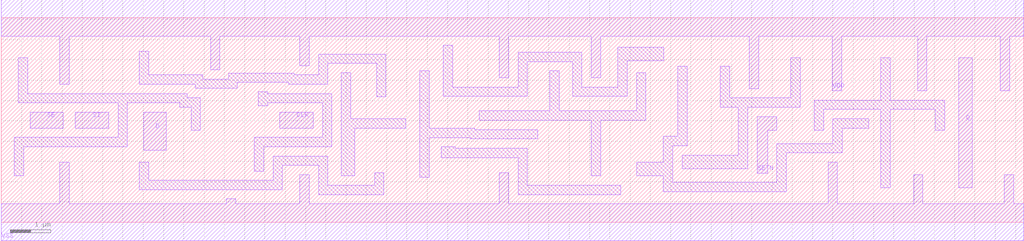
<source format=lef>
# Copyright 2022 GlobalFoundries PDK Authors
#
# Licensed under the Apache License, Version 2.0 (the "License");
# you may not use this file except in compliance with the License.
# You may obtain a copy of the License at
#
#      http://www.apache.org/licenses/LICENSE-2.0
#
# Unless required by applicable law or agreed to in writing, software
# distributed under the License is distributed on an "AS IS" BASIS,
# WITHOUT WARRANTIES OR CONDITIONS OF ANY KIND, either express or implied.
# See the License for the specific language governing permissions and
# limitations under the License.

MACRO gf180mcu_fd_sc_mcu9t5v0__sdffsnq_2
  CLASS core ;
  FOREIGN gf180mcu_fd_sc_mcu9t5v0__sdffsnq_2 0.0 0.0 ;
  ORIGIN 0 0 ;
  SYMMETRY X Y ;
  SITE GF018hv5v_green_sc9 ;
  SIZE 25.2 BY 5.04 ;
  PIN D
    DIRECTION INPUT ;
    ANTENNAGATEAREA 0.854 ;
    PORT
      LAYER Metal1 ;
        POLYGON 3.51 1.77 4.07 1.77 4.07 2.71 3.51 2.71  ;
    END
  END D
  PIN SE
    DIRECTION INPUT ;
    ANTENNAGATEAREA 1.708 ;
    PORT
      LAYER Metal1 ;
        POLYGON 0.71 2.32 1.53 2.32 1.53 2.71 0.71 2.71  ;
    END
  END SE
  PIN SETN
    DIRECTION INPUT ;
    ANTENNAGATEAREA 1.708 ;
    PORT
      LAYER Metal1 ;
        POLYGON 18.63 1.21 18.89 1.21 18.89 2.265 19.11 2.265 19.11 2.605 18.63 2.605  ;
    END
  END SETN
  PIN SI
    DIRECTION INPUT ;
    ANTENNAGATEAREA 0.854 ;
    PORT
      LAYER Metal1 ;
        POLYGON 1.83 2.32 2.65 2.32 2.65 2.71 1.83 2.71  ;
    END
  END SI
  PIN CLK
    DIRECTION INPUT ;
    USE clock ;
    ANTENNAGATEAREA 1.164 ;
    PORT
      LAYER Metal1 ;
        POLYGON 6.865 2.32 7.69 2.32 7.69 2.71 6.865 2.71  ;
    END
  END CLK
  PIN Q
    DIRECTION OUTPUT ;
    ANTENNADIFFAREA 1.638 ;
    PORT
      LAYER Metal1 ;
        POLYGON 23.605 0.845 23.93 0.845 23.93 4.05 23.605 4.05  ;
    END
  END Q
  PIN VDD
    DIRECTION INOUT ;
    USE power ;
    SHAPE ABUTMENT ;
    PORT
      LAYER Metal1 ;
        POLYGON 0 4.59 1.44 4.59 1.44 3.4 1.67 3.4 1.67 4.59 5.16 4.59 5.16 3.76 5.39 3.76 5.39 4.59 7.36 4.59 7.36 3.86 7.59 3.86 7.59 4.59 9.48 4.59 9.975 4.59 12.28 4.59 12.28 3.56 12.51 3.56 12.51 4.59 14.54 4.59 14.54 3.56 14.77 3.56 14.77 4.59 16.33 4.59 18.44 4.59 18.44 3.295 18.67 3.295 18.67 4.59 19.69 4.59 20.48 4.59 20.48 3.24 20.71 3.24 20.71 4.59 22.585 4.59 22.585 3.24 22.815 3.24 22.815 4.59 23.255 4.59 24.625 4.59 24.625 3.24 24.855 3.24 24.855 4.59 25.2 4.59 25.2 5.49 23.255 5.49 19.69 5.49 16.33 5.49 9.975 5.49 9.48 5.49 0 5.49  ;
    END
  END VDD
  PIN VSS
    DIRECTION INOUT ;
    USE ground ;
    SHAPE ABUTMENT ;
    PORT
      LAYER Metal1 ;
        POLYGON 0 -0.45 25.2 -0.45 25.2 0.45 24.955 0.45 24.955 1.165 24.725 1.165 24.725 0.45 22.715 0.45 22.715 1.165 22.485 1.165 22.485 0.45 20.61 0.45 20.61 1.48 20.38 1.48 20.38 0.45 12.51 0.45 12.51 1.22 12.28 1.22 12.28 0.45 7.59 0.45 7.59 1.17 7.36 1.17 7.36 0.45 5.775 0.45 5.775 0.575 5.545 0.575 5.545 0.45 1.67 0.45 1.67 1.48 1.44 1.48 1.44 0.45 0 0.45  ;
    END
  END VSS
  OBS
      LAYER Metal1 ;
        POLYGON 0.42 2.94 2.88 2.94 2.88 2.09 0.32 2.09 0.32 1.14 0.55 1.14 0.55 1.86 3.11 1.86 3.11 2.94 4.4 2.94 4.4 2.84 4.68 2.84 4.68 2.265 4.91 2.265 4.91 3.07 4.59 3.07 4.59 3.17 0.65 3.17 0.65 4.05 0.42 4.05  ;
        POLYGON 6.34 2.875 6.57 2.875 6.57 2.94 7.92 2.94 7.92 2.09 6.24 2.09 6.24 1.26 6.47 1.26 6.47 1.86 8.15 1.86 8.15 3.17 6.57 3.17 6.57 3.215 6.34 3.215  ;
        POLYGON 3.4 0.805 6.14 0.805 6.14 0.8 6.93 0.8 6.93 1.4 7.82 1.4 7.82 0.68 9.43 0.68 9.43 1.22 9.2 1.22 9.2 0.91 8.05 0.91 8.05 1.63 6.7 1.63 6.7 1.03 6.19 1.03 6.19 1.035 3.63 1.035 3.63 1.48 3.4 1.48  ;
        POLYGON 3.4 3.4 4.78 3.4 4.78 3.3 5.82 3.3 5.82 3.445 7.08 3.445 7.08 3.4 8.05 3.4 8.05 3.915 9.25 3.915 9.25 3.09 9.48 3.09 9.48 4.145 7.82 4.145 7.82 3.63 7.22 3.63 7.22 3.675 5.605 3.675 5.605 3.53 4.97 3.53 4.97 3.63 3.63 3.63 3.63 4.21 3.4 4.21  ;
        POLYGON 8.38 1.14 8.71 1.14 8.71 2.32 9.975 2.32 9.975 2.55 8.61 2.55 8.61 3.685 8.38 3.685  ;
        POLYGON 10.32 1.11 10.55 1.11 10.55 2.085 11.555 2.085 11.555 2.055 13.225 2.055 13.225 2.285 11.67 2.285 11.67 2.315 10.55 2.315 10.55 3.73 10.32 3.73  ;
        POLYGON 10.845 1.595 12.74 1.595 12.74 0.68 15.265 0.68 15.265 0.91 12.97 0.91 12.97 1.825 11.185 1.825 11.185 1.855 10.845 1.855  ;
        POLYGON 11.785 2.515 14.54 2.515 14.54 1.14 14.77 1.14 14.77 2.515 15.89 2.515 15.89 3.685 15.66 3.685 15.66 2.745 13.75 2.745 13.75 3.73 13.52 3.73 13.52 2.745 11.785 2.745  ;
        POLYGON 10.9 3.1 12.97 3.1 12.97 3.96 14.08 3.96 14.08 3.1 15.43 3.1 15.43 3.975 16.33 3.975 16.33 4.315 15.2 4.315 15.2 3.33 14.31 3.33 14.31 4.19 12.74 4.19 12.74 3.33 11.13 3.33 11.13 4.36 10.9 4.36  ;
        POLYGON 17.72 2.835 18.17 2.835 18.17 1.655 16.78 1.655 16.78 1.315 18.4 1.315 18.4 2.835 19.69 2.835 19.69 4.05 19.46 4.05 19.46 3.065 17.95 3.065 17.95 3.845 17.72 3.845  ;
        POLYGON 15.66 1.14 16.32 1.14 16.32 0.75 19.35 0.75 19.35 1.71 20.73 1.71 20.73 2.32 21.385 2.32 21.385 2.55 20.5 2.55 20.5 1.94 19.12 1.94 19.12 0.98 16.55 0.98 16.55 1.885 16.91 1.885 16.91 3.845 16.68 3.845 16.68 2.115 16.32 2.115 16.32 1.48 15.66 1.48  ;
        POLYGON 20.04 2.265 20.27 2.265 20.27 2.78 21.68 2.78 21.68 0.845 21.91 0.845 21.91 2.78 23.025 2.78 23.025 2.265 23.255 2.265 23.255 3.01 21.91 3.01 21.91 4.05 21.68 4.05 21.68 3.01 20.04 3.01  ;
  END
END gf180mcu_fd_sc_mcu9t5v0__sdffsnq_2

</source>
